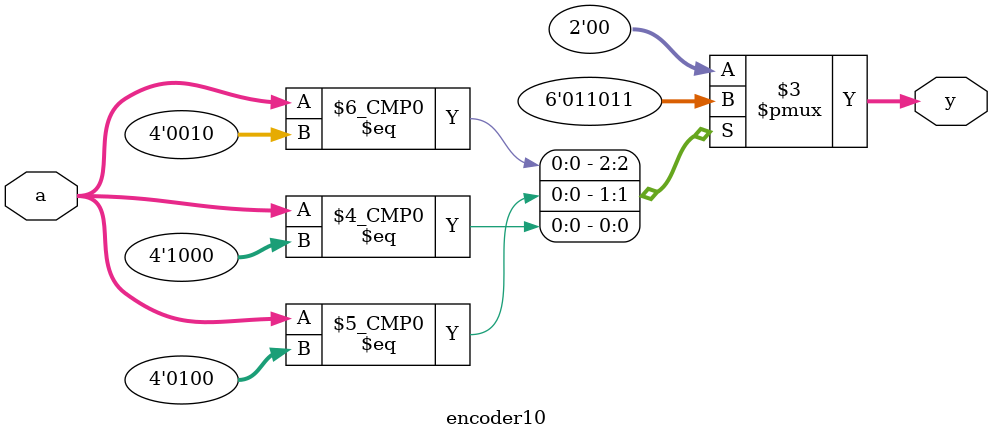
<source format=v>
module encoder10 (a,y);
    input [3:0] a;
    output reg [1:0] y;
    always@(a)
    begin
        case(a)
            4'b0001:y=2'b00;
            4'b0010:y=2'b01;
            4'b0100:y=2'b10;
            4'b1000:y=2'b11;
            default: y = 2'b00; 
        endcase
    end
endmodule
</source>
